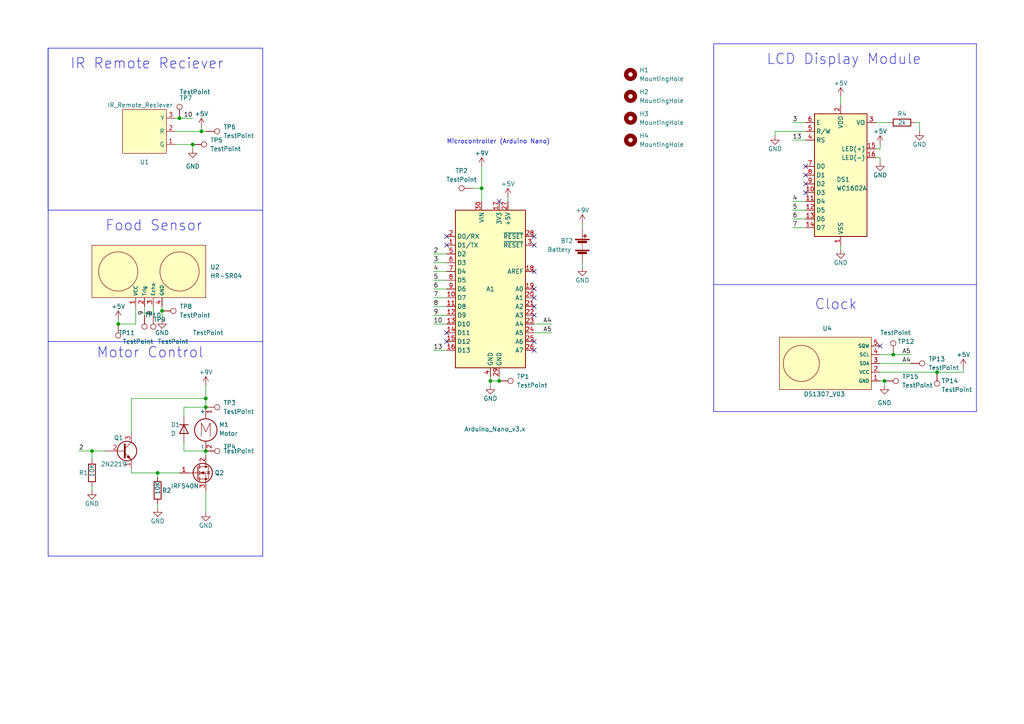
<source format=kicad_sch>
(kicad_sch (version 20230121) (generator eeschema)
  (paper "A4")
  (title_block (title "Automatic Dog Feeder Schematic") (date "2023-05-26") (rev "V1") (company "By: Matthew Zhu"))
  (lib_symbols
    (symbol "Connector:TestPoint" (pin_numbers hide) (pin_names (offset 0.762) hide)
      (property "Reference" "TP" (at 0 6.858 0))
      (property "Value" "TestPoint" (at 0 5.08 0))
      (symbol "TestPoint_0_1"
        (circle (center 0 3.302) (radius 0.762))
      )
      (symbol "TestPoint_1_1"
        (pin passive line (at 0 0 90) (length 2.54) (name "1") (number "1"))
      )
    )
    (symbol "Device:Battery" (pin_numbers hide) (pin_names (offset 0) hide)
      (property "Reference" "BT" (at 2.54 2.54 0))
      (property "Value" "Battery" (at 2.54 0 0))
      (symbol "Battery_0_1"
        (rectangle (start -2.032 -1.397) (end 2.032 -1.651) (fill (type outline)))
        (rectangle (start -2.032 1.778) (end 2.032 1.524) (fill (type outline)))
        (rectangle (start -1.3208 -1.9812) (end 1.27 -2.4892) (fill (type outline)))
        (rectangle (start -1.3208 1.1938) (end 1.27 0.6858) (fill (type outline)))
        (polyline (pts (xy 0 -1.524) (xy 0 -1.27)))
        (polyline (pts (xy 0 -1.016) (xy 0 -0.762)))
        (polyline (pts (xy 0 -0.508) (xy 0 -0.254)))
        (polyline (pts (xy 0 0) (xy 0 0.254)))
        (polyline (pts (xy 0 0.508) (xy 0 0.762)))
        (polyline (pts (xy 0 1.778) (xy 0 2.54)))
        (polyline (pts (xy 0.254 2.667) (xy 1.27 2.667)) (stroke (width 0.254)))
        (polyline (pts (xy 0.762 3.175) (xy 0.762 2.159)) (stroke (width 0.254)))
      )
      (symbol "Battery_1_1"
        (pin passive line (at 0 5.08 270) (length 2.54) (name "+") (number "1"))
        (pin passive line (at 0 -5.08 90) (length 2.54) (name "-") (number "2"))
      )
    )
    (symbol "Device:D" (pin_numbers hide) (pin_names (offset 1.016) hide)
      (property "Reference" "D" (at 0 2.54 0))
      (property "Value" "D" (at 0 -2.54 0))
      (symbol "D_0_1"
        (polyline (pts (xy -1.27 1.27) (xy -1.27 -1.27)) (stroke (width 0.254)))
        (polyline (pts (xy 1.27 0) (xy -1.27 0)))
        (polyline (pts (xy 1.27 1.27) (xy 1.27 -1.27) (xy -1.27 0) (xy 1.27 1.27)) (stroke (width 0.254)))
      )
      (symbol "D_1_1"
        (pin passive line (at -3.81 0 0) (length 2.54) (name "K") (number "1"))
        (pin passive line (at 3.81 0 180) (length 2.54) (name "A") (number "2"))
      )
    )
    (symbol "Device:IR_Remote_Reciever"
      (property "Reference" "U1" (at 0 6.35 0))
      (property "Value" "IR_Remote_Reciever" (at 1.27 -10.16 0))
      (symbol "IR_Remote_Reciever_0_1"
        (rectangle (start -6.35 3.81) (end 6.35 -8.89) (fill (type background)))
      )
      (symbol "IR_Remote_Reciever_1_1"
        (pin input line (at -8.89 1.27 0) (length 2.54) (name "G") (number "1"))
        (pin input line (at -8.89 -2.54 0) (length 2.54) (name "R") (number "2"))
        (pin input line (at -8.89 -6.35 0) (length 2.54) (name "Y") (number "3"))
      )
    )
    (symbol "Device:R" (pin_numbers hide) (pin_names (offset 0))
      (property "Reference" "R" (at 2.032 0 90))
      (property "Value" "R" (at 0 0 90))
      (symbol "R_0_1"
        (rectangle (start -1.016 -2.54) (end 1.016 2.54) (stroke (width 0.254)))
      )
      (symbol "R_1_1"
        (pin passive line (at 0 3.81 270) (length 1.27) (name "~") (number "1"))
        (pin passive line (at 0 -3.81 90) (length 1.27) (name "~") (number "2"))
      )
    )
    (symbol "Display_Character:WC1602A"
      (property "Reference" "DS" (at -5.842 19.05 0))
      (property "Value" "WC1602A" (at 5.334 19.05 0))
      (symbol "WC1602A_1_1"
        (rectangle (start -7.62 17.78) (end 7.62 -17.78) (stroke (width 0.254)) (fill (type background)))
        (pin power_in line (at 0 -20.32 90) (length 2.54) (name "VSS") (number "1"))
        (pin input line (at -10.16 -5.08 0) (length 2.54) (name "D3") (number "10"))
        (pin input line (at -10.16 -7.62 0) (length 2.54) (name "D4") (number "11"))
        (pin input line (at -10.16 -10.16 0) (length 2.54) (name "D5") (number "12"))
        (pin input line (at -10.16 -12.7 0) (length 2.54) (name "D6") (number "13"))
        (pin input line (at -10.16 -15.24 0) (length 2.54) (name "D7") (number "14"))
        (pin power_in line (at 10.16 7.62 180) (length 2.54) (name "LED(+)") (number "15"))
        (pin power_in line (at 10.16 5.08 180) (length 2.54) (name "LED(-)") (number "16"))
        (pin power_in line (at 0 20.32 270) (length 2.54) (name "VDD") (number "2"))
        (pin input line (at 10.16 15.24 180) (length 2.54) (name "VO") (number "3"))
        (pin input line (at -10.16 10.16 0) (length 2.54) (name "RS") (number "4"))
        (pin input line (at -10.16 12.7 0) (length 2.54) (name "R/W") (number "5"))
        (pin input line (at -10.16 15.24 0) (length 2.54) (name "E") (number "6"))
        (pin input line (at -10.16 2.54 0) (length 2.54) (name "D0") (number "7"))
        (pin input line (at -10.16 0 0) (length 2.54) (name "D1") (number "8"))
        (pin input line (at -10.16 -2.54 0) (length 2.54) (name "D2") (number "9"))
      )
    )
    (symbol "MCU_Module:Arduino_Nano_v3.x"
      (property "Reference" "A" (at -10.16 23.495 0))
      (property "Value" "Arduino_Nano_v3.x" (at 5.08 -24.13 0))
      (symbol "Arduino_Nano_v3.x_0_1"
        (rectangle (start -10.16 22.86) (end 10.16 -22.86) (stroke (width 0.254)) (fill (type background)))
      )
      (symbol "Arduino_Nano_v3.x_1_1"
        (pin bidirectional line (at -12.7 12.7 0) (length 2.54) (name "D1/TX") (number "1"))
        (pin bidirectional line (at -12.7 -2.54 0) (length 2.54) (name "D7") (number "10"))
        (pin bidirectional line (at -12.7 -5.08 0) (length 2.54) (name "D8") (number "11"))
        (pin bidirectional line (at -12.7 -7.62 0) (length 2.54) (name "D9") (number "12"))
        (pin bidirectional line (at -12.7 -10.16 0) (length 2.54) (name "D10") (number "13"))
        (pin bidirectional line (at -12.7 -12.7 0) (length 2.54) (name "D11") (number "14"))
        (pin bidirectional line (at -12.7 -15.24 0) (length 2.54) (name "D12") (number "15"))
        (pin bidirectional line (at -12.7 -17.78 0) (length 2.54) (name "D13") (number "16"))
        (pin power_out line (at 2.54 25.4 270) (length 2.54) (name "3V3") (number "17"))
        (pin input line (at 12.7 5.08 180) (length 2.54) (name "AREF") (number "18"))
        (pin bidirectional line (at 12.7 0 180) (length 2.54) (name "A0") (number "19"))
        (pin bidirectional line (at -12.7 15.24 0) (length 2.54) (name "D0/RX") (number "2"))
        (pin bidirectional line (at 12.7 -2.54 180) (length 2.54) (name "A1") (number "20"))
        (pin bidirectional line (at 12.7 -5.08 180) (length 2.54) (name "A2") (number "21"))
        (pin bidirectional line (at 12.7 -7.62 180) (length 2.54) (name "A3") (number "22"))
        (pin bidirectional line (at 12.7 -10.16 180) (length 2.54) (name "A4") (number "23"))
        (pin bidirectional line (at 12.7 -12.7 180) (length 2.54) (name "A5") (number "24"))
        (pin bidirectional line (at 12.7 -15.24 180) (length 2.54) (name "A6") (number "25"))
        (pin bidirectional line (at 12.7 -17.78 180) (length 2.54) (name "A7") (number "26"))
        (pin power_out line (at 5.08 25.4 270) (length 2.54) (name "+5V") (number "27"))
        (pin input line (at 12.7 15.24 180) (length 2.54) (name "~{RESET}") (number "28"))
        (pin power_in line (at 2.54 -25.4 90) (length 2.54) (name "GND") (number "29"))
        (pin input line (at 12.7 12.7 180) (length 2.54) (name "~{RESET}") (number "3"))
        (pin power_in line (at -2.54 25.4 270) (length 2.54) (name "VIN") (number "30"))
        (pin power_in line (at 0 -25.4 90) (length 2.54) (name "GND") (number "4"))
        (pin bidirectional line (at -12.7 10.16 0) (length 2.54) (name "D2") (number "5"))
        (pin bidirectional line (at -12.7 7.62 0) (length 2.54) (name "D3") (number "6"))
        (pin bidirectional line (at -12.7 5.08 0) (length 2.54) (name "D4") (number "7"))
        (pin bidirectional line (at -12.7 2.54 0) (length 2.54) (name "D5") (number "8"))
        (pin bidirectional line (at -12.7 0 0) (length 2.54) (name "D6") (number "9"))
      )
    )
    (symbol "Mechanical:MountingHole" (pin_names (offset 1.016))
      (property "Reference" "H" (at 0 5.08 0))
      (property "Value" "MountingHole" (at 0 3.175 0))
      (symbol "MountingHole_0_1"
        (circle (center 0 0) (radius 1.27) (stroke (width 1.27)))
      )
    )
    (symbol "Motor:Motor_DC" (pin_names (offset 0))
      (property "Reference" "M" (at 2.54 2.54 0))
      (property "Value" "Motor_DC" (at 2.54 -5.08 0))
      (symbol "Motor_DC_0_0"
        (polyline (pts (xy -1.27 -3.302) (xy -1.27 0.508) (xy 0 -2.032) (xy 1.27 0.508) (xy 1.27 -3.302)))
      )
      (symbol "Motor_DC_0_1"
        (circle (center 0 -1.524) (radius 3.2512) (stroke (width 0.254)))
        (polyline (pts (xy 0 -7.62) (xy 0 -7.112)))
        (polyline (pts (xy 0 -4.7752) (xy 0 -5.1816)))
        (polyline (pts (xy 0 1.7272) (xy 0 2.0828)))
        (polyline (pts (xy 0 2.032) (xy 0 2.54)))
      )
      (symbol "Motor_DC_1_1"
        (pin passive line (at 0 5.08 270) (length 2.54) (name "+") (number "1"))
        (pin passive line (at 0 -7.62 90) (length 2.54) (name "-") (number "2"))
      )
    )
    (symbol "Sensor_Audio:HR-SR04"
      (property "Reference" "U?" (at 17.78 1.2701 0))
      (property "Value" "HR-SR04" (at 17.78 -1.2699 0))
      (symbol "HR-SR04_0_1"
        (rectangle (start -16.51 -7.62) (end 16.51 7.62) (fill (type background)))
        (circle (center -8.89 0) (radius 5.6796))
        (circle (center 8.89 0) (radius 5.6796))
      )
      (symbol "HR-SR04_1_1"
        (pin input line (at -3.81 -10.16 90) (length 2.54) (name "VCC") (number "1"))
        (pin input line (at -1.27 -10.16 90) (length 2.54) (name "Trig") (number "2"))
        (pin input line (at 1.27 -10.16 90) (length 2.54) (name "Echo") (number "3"))
        (pin input line (at 3.81 -10.16 90) (length 2.54) (name "GND") (number "4"))
      )
    )
    (symbol "Timer_RTC:DS1307_V03"
      (property "Reference" "U?" (at -2.54 -10.16 0))
      (property "Value" "DS1307_V03" (at -6.35 8.89 0))
      (symbol "DS1307_V03_0_1"
        (rectangle (start -13.97 7.62) (end 12.7 -7.62) (fill (type background)))
        (circle (center 6.35 0) (radius 5.2363))
      )
      (symbol "DS1307_V03_1_1"
        (pin input line (at -16.51 5.08 0) (length 2.54) (name "GND") (number "1"))
        (pin input line (at -16.51 2.54 0) (length 2.54) (name "VCC") (number "2"))
        (pin input line (at -16.51 0 0) (length 2.54) (name "SDA") (number "3"))
        (pin input line (at -16.51 -2.54 0) (length 2.54) (name "SCL") (number "4"))
        (pin input line (at -16.51 -5.08 0) (length 2.54) (name "SQW") (number "5"))
      )
    )
    (symbol "Transistor_BJT:2N2219" (pin_names (offset 0) hide)
      (property "Reference" "Q" (at 5.08 1.905 0))
      (property "Value" "2N2219" (at 5.08 0 0))
      (symbol "2N2219_0_1"
        (polyline (pts (xy 0.635 0.635) (xy 2.54 2.54)))
        (polyline (pts (xy 0.635 -0.635) (xy 2.54 -2.54) (xy 2.54 -2.54)))
        (polyline (pts (xy 0.635 1.905) (xy 0.635 -1.905) (xy 0.635 -1.905)) (stroke (width 0.508)))
        (polyline (pts (xy 1.27 -1.778) (xy 1.778 -1.27) (xy 2.286 -2.286) (xy 1.27 -1.778) (xy 1.27 -1.778)) (fill (type outline)))
        (circle (center 1.27 0) (radius 2.8194) (stroke (width 0.254)))
      )
      (symbol "2N2219_1_1"
        (pin passive line (at 2.54 -5.08 90) (length 2.54) (name "E") (number "1"))
        (pin passive line (at -5.08 0 0) (length 5.715) (name "B") (number "2"))
        (pin passive line (at 2.54 5.08 270) (length 2.54) (name "C") (number "3"))
      )
    )
    (symbol "Transistor_FET:IRF540N" (pin_names hide)
      (property "Reference" "Q" (at 6.35 1.905 0))
      (property "Value" "IRF540N" (at 6.35 0 0))
      (symbol "IRF540N_0_1"
        (polyline (pts (xy 0.254 0) (xy -2.54 0)))
        (polyline (pts (xy 0.254 1.905) (xy 0.254 -1.905)) (stroke (width 0.254)))
        (polyline (pts (xy 0.762 -1.27) (xy 0.762 -2.286)) (stroke (width 0.254)))
        (polyline (pts (xy 0.762 0.508) (xy 0.762 -0.508)) (stroke (width 0.254)))
        (polyline (pts (xy 0.762 2.286) (xy 0.762 1.27)) (stroke (width 0.254)))
        (polyline (pts (xy 2.54 2.54) (xy 2.54 1.778)))
        (polyline (pts (xy 2.54 -2.54) (xy 2.54 0) (xy 0.762 0)))
        (polyline (pts (xy 0.762 -1.778) (xy 3.302 -1.778) (xy 3.302 1.778) (xy 0.762 1.778)))
        (polyline (pts (xy 1.016 0) (xy 2.032 0.381) (xy 2.032 -0.381) (xy 1.016 0)) (fill (type outline)))
        (polyline (pts (xy 2.794 0.508) (xy 2.921 0.381) (xy 3.683 0.381) (xy 3.81 0.254)))
        (polyline (pts (xy 3.302 0.381) (xy 2.921 -0.254) (xy 3.683 -0.254) (xy 3.302 0.381)))
        (circle (center 1.651 0) (radius 2.794) (stroke (width 0.254)))
        (circle (center 2.54 -1.778) (radius 0.254) (fill (type outline)))
        (circle (center 2.54 1.778) (radius 0.254) (fill (type outline)))
      )
      (symbol "IRF540N_1_1"
        (pin input line (at -5.08 0 0) (length 2.54) (name "G") (number "1"))
        (pin passive line (at 2.54 5.08 270) (length 2.54) (name "D") (number "2"))
        (pin passive line (at 2.54 -5.08 90) (length 2.54) (name "S") (number "3"))
      )
    )
    (symbol "power:+5V" (power) (pin_names (offset 0))
      (property "Value" "+5V" (at 0 3.556 0))
      (symbol "+5V_0_1"
        (polyline (pts (xy -0.762 1.27) (xy 0 2.54)))
        (polyline (pts (xy 0 0) (xy 0 2.54)))
        (polyline (pts (xy 0 2.54) (xy 0.762 1.27)))
      )
      (symbol "+5V_1_1"
        (pin power_in line (at 0 0 90) (length 0) hide (name "+5V") (number "1"))
      )
    )
    (symbol "power:+9V" (power) (pin_names (offset 0))
      (property "Value" "+9V" (at 0 3.556 0))
      (symbol "+9V_0_1"
        (polyline (pts (xy -0.762 1.27) (xy 0 2.54)))
        (polyline (pts (xy 0 0) (xy 0 2.54)))
        (polyline (pts (xy 0 2.54) (xy 0.762 1.27)))
      )
      (symbol "+9V_1_1"
        (pin power_in line (at 0 0 90) (length 0) hide (name "+9V") (number "1"))
      )
    )
    (symbol "power:GND" (power) (pin_names (offset 0))
      (property "Value" "GND" (at 0 -3.81 0))
      (symbol "GND_0_1"
        (polyline (pts (xy 0 0) (xy 0 -1.27) (xy 1.27 -1.27) (xy 0 -2.54) (xy -1.27 -1.27) (xy 0 -1.27)))
      )
      (symbol "GND_1_1"
        (pin power_in line (at 0 0 270) (length 0) hide (name "GND") (number "1"))
      )
    )
  )
  (junction (at 34.29 93.98))
  (junction (at 259.08 102.87))
  (junction (at 256.54 110.49))
  (junction (at 59.69 130.81))
  (junction (at 142.24 110.49))
  (junction (at 59.69 115.57))
  (junction (at 139.7 54.61))
  (junction (at 52.07 34.29))
  (junction (at 26.67 130.81))
  (junction (at 59.69 118.11))
  (junction (at 58.42 38.1))
  (junction (at 144.78 110.49))
  (junction (at 46.99 90.17))
  (junction (at 271.78 107.95))
  (junction (at 55.88 41.91))
  (junction (at 45.72 137.16))
  (no_connect (at 154.94 99.06))
  (no_connect (at 154.94 78.74))
  (no_connect (at 129.54 99.06))
  (no_connect (at 255.27 100.33))
  (no_connect (at 144.78 58.42))
  (no_connect (at 154.94 101.6))
  (no_connect (at 233.68 55.88))
  (no_connect (at 154.94 71.12))
  (no_connect (at 129.54 68.58))
  (no_connect (at 129.54 96.52))
  (no_connect (at 233.68 50.8))
  (no_connect (at 154.94 88.9))
  (no_connect (at 233.68 53.34))
  (no_connect (at 154.94 83.82))
  (no_connect (at 154.94 91.44))
  (no_connect (at 154.94 68.58))
  (no_connect (at 129.54 71.12))
  (no_connect (at 154.94 86.36))
  (no_connect (at 233.68 48.26))
  (wire (pts (xy 59.69 130.81) (xy 59.69 132.08)))
  (wire (pts (xy 125.73 101.6) (xy 129.54 101.6)))
  (wire (pts (xy 271.78 107.95) (xy 279.4 107.95)))
  (wire (pts (xy 229.87 35.56) (xy 233.68 35.56)))
  (wire (pts (xy 58.42 38.1) (xy 50.8 38.1)))
  (wire (pts (xy 229.87 40.64) (xy 233.68 40.64)))
  (wire (pts (xy 39.37 93.98) (xy 34.29 93.98)))
  (polyline (pts (xy 283.21 119.38) (xy 207.01 119.38)))
  (wire (pts (xy 39.37 88.9) (xy 39.37 93.98)))
  (wire (pts (xy 255.27 102.87) (xy 259.08 102.87)))
  (wire (pts (xy 255.27 105.41) (xy 264.16 105.41)))
  (polyline (pts (xy 13.97 13.97) (xy 13.97 60.96)))
  (wire (pts (xy 46.99 90.17) (xy 46.99 92.71)))
  (wire (pts (xy 224.79 39.37) (xy 224.79 38.1)))
  (wire (pts (xy 38.1 125.73) (xy 38.1 115.57)))
  (wire (pts (xy 229.87 63.5) (xy 233.68 63.5)))
  (wire (pts (xy 59.69 38.1) (xy 58.42 38.1)))
  (wire (pts (xy 139.7 54.61) (xy 139.7 58.42)))
  (wire (pts (xy 144.78 109.22) (xy 144.78 110.49)))
  (wire (pts (xy 46.99 88.9) (xy 46.99 90.17)))
  (wire (pts (xy 38.1 115.57) (xy 59.69 115.57)))
  (wire (pts (xy 53.34 118.11) (xy 59.69 118.11)))
  (wire (pts (xy 255.27 110.49) (xy 256.54 110.49)))
  (polyline (pts (xy 13.97 60.96) (xy 76.2 60.96)))
  (wire (pts (xy 147.32 57.15) (xy 147.32 58.42)))
  (polyline (pts (xy 76.2 161.29) (xy 76.2 99.06)))
  (wire (pts (xy 137.16 54.61) (xy 139.7 54.61)))
  (wire (pts (xy 254 45.72) (xy 255.27 45.72)))
  (wire (pts (xy 125.73 78.74) (xy 129.54 78.74)))
  (wire (pts (xy 224.79 38.1) (xy 233.68 38.1)))
  (wire (pts (xy 59.69 111.76) (xy 59.69 115.57)))
  (wire (pts (xy 38.1 137.16) (xy 45.72 137.16)))
  (polyline (pts (xy 76.2 99.06) (xy 76.2 13.97)))
  (wire (pts (xy 53.34 128.27) (xy 53.34 130.81)))
  (wire (pts (xy 229.87 60.96) (xy 233.68 60.96)))
  (wire (pts (xy 44.45 88.9) (xy 44.45 91.44)))
  (wire (pts (xy 59.69 115.57) (xy 59.69 118.11)))
  (wire (pts (xy 154.94 93.98) (xy 160.02 93.98)))
  (wire (pts (xy 254 35.56) (xy 257.81 35.56)))
  (wire (pts (xy 26.67 140.97) (xy 26.67 142.24)))
  (wire (pts (xy 125.73 83.82) (xy 129.54 83.82)))
  (wire (pts (xy 229.87 66.04) (xy 233.68 66.04)))
  (wire (pts (xy 255.27 43.18) (xy 254 43.18)))
  (wire (pts (xy 50.8 41.91) (xy 55.88 41.91)))
  (wire (pts (xy 279.4 107.95) (xy 279.4 106.68)))
  (wire (pts (xy 125.73 91.44) (xy 129.54 91.44)))
  (wire (pts (xy 168.91 64.77) (xy 168.91 66.04)))
  (wire (pts (xy 50.8 34.29) (xy 52.07 34.29)))
  (wire (pts (xy 125.73 81.28) (xy 129.54 81.28)))
  (wire (pts (xy 53.34 130.81) (xy 59.69 130.81)))
  (wire (pts (xy 142.24 110.49) (xy 142.24 111.76)))
  (wire (pts (xy 243.84 71.12) (xy 243.84 72.39)))
  (wire (pts (xy 58.42 36.83) (xy 58.42 38.1)))
  (wire (pts (xy 168.91 76.2) (xy 168.91 77.47)))
  (wire (pts (xy 255.27 41.91) (xy 255.27 43.18)))
  (polyline (pts (xy 207.01 82.55) (xy 283.21 82.55)))
  (polyline (pts (xy 207.01 82.55) (xy 207.01 119.38)))
  (wire (pts (xy 53.34 118.11) (xy 53.34 120.65)))
  (polyline (pts (xy 13.97 99.06) (xy 13.97 161.29)))
  (polyline (pts (xy 283.21 12.7) (xy 283.21 119.38)))
  (wire (pts (xy 125.73 88.9) (xy 129.54 88.9)))
  (wire (pts (xy 265.43 35.56) (xy 266.7 35.56)))
  (wire (pts (xy 154.94 96.52) (xy 160.02 96.52)))
  (wire (pts (xy 45.72 146.05) (xy 45.72 147.32)))
  (wire (pts (xy 255.27 107.95) (xy 271.78 107.95)))
  (polyline (pts (xy 13.97 99.06) (xy 76.2 99.06)))
  (wire (pts (xy 229.87 58.42) (xy 233.68 58.42)))
  (polyline (pts (xy 283.21 12.7) (xy 207.01 12.7)))
  (wire (pts (xy 259.08 102.87) (xy 264.16 102.87)))
  (polyline (pts (xy 76.2 13.97) (xy 13.97 13.97)))
  (wire (pts (xy 243.84 27.94) (xy 243.84 30.48)))
  (wire (pts (xy 144.78 110.49) (xy 142.24 110.49)))
  (wire (pts (xy 45.72 137.16) (xy 45.72 138.43)))
  (wire (pts (xy 255.27 45.72) (xy 255.27 46.99)))
  (wire (pts (xy 52.07 34.29) (xy 55.88 34.29)))
  (wire (pts (xy 125.73 86.36) (xy 129.54 86.36)))
  (wire (pts (xy 142.24 109.22) (xy 142.24 110.49)))
  (polyline (pts (xy 13.97 161.29) (xy 76.2 161.29)))
  (wire (pts (xy 26.67 130.81) (xy 26.67 133.35)))
  (wire (pts (xy 256.54 110.49) (xy 256.54 111.76)))
  (wire (pts (xy 38.1 135.89) (xy 38.1 137.16)))
  (wire (pts (xy 59.69 142.24) (xy 59.69 148.59)))
  (polyline (pts (xy 207.01 12.7) (xy 207.01 82.55)))
  (wire (pts (xy 41.91 88.9) (xy 41.91 91.44)))
  (wire (pts (xy 125.73 76.2) (xy 129.54 76.2)))
  (wire (pts (xy 125.73 93.98) (xy 129.54 93.98)))
  (wire (pts (xy 139.7 48.26) (xy 139.7 54.61)))
  (wire (pts (xy 266.7 35.56) (xy 266.7 38.1)))
  (wire (pts (xy 22.86 130.81) (xy 26.67 130.81)))
  (polyline (pts (xy 13.97 13.97) (xy 13.97 99.06)))
  (wire (pts (xy 55.88 41.91) (xy 55.88 43.18)))
  (wire (pts (xy 34.29 92.71) (xy 34.29 93.98)))
  (wire (pts (xy 26.67 130.81) (xy 30.48 130.81)))
  (wire (pts (xy 125.73 73.66) (xy 129.54 73.66)))
  (wire (pts (xy 45.72 137.16) (xy 52.07 137.16)))
  (text "IR Remote Reciever" (at 20.32 20.32 0) (effects (font (size 3 3)) (justify left bottom)))
  (text "Clock" (at 236.22 90.17 0) (effects (font (size 3 3)) (justify left bottom)))
  (text "LCD Display Module" (at 222.25 19.05 0) (effects (font (size 3 3)) (justify left bottom)))
  (text "Food Sensor" (at 30.48 67.31 0) (effects (font (size 3 3)) (justify left bottom)))
  (text "Motor Control" (at 27.94 104.14 0) (effects (font (size 3 3)) (justify left bottom)))
  (text "Microcontroller (Arduino Nano)" (at 129.54 41.91 0) (effects (font (size 1.27 1.27)) (justify left bottom)))
  (label "A5" (at 264.16 102.87 180))
  (label "2" (at 125.73 73.66 0))
  (label "4" (at 125.73 78.74 0))
  (label "9" (at 125.73 91.44 0))
  (label "10" (at 125.73 93.98 0))
  (label "6" (at 125.73 83.82 0))
  (label "2" (at 22.86 130.81 0))
  (label "8" (at 125.73 88.9 0))
  (label "13" (at 229.87 40.64 0))
  (label "13" (at 125.73 101.6 0))
  (label "8" (at 44.45 91.44 90))
  (label "4" (at 229.87 58.42 0))
  (label "3" (at 125.73 76.2 0))
  (label "6" (at 229.87 63.5 0))
  (label "7" (at 229.87 66.04 0))
  (label "3" (at 229.87 35.56 0))
  (label "A4" (at 160.02 93.98 180))
  (label "7" (at 125.73 86.36 0))
  (label "A4" (at 264.16 105.41 180))
  (label "5" (at 229.87 60.96 0))
  (label "9" (at 41.91 91.44 90))
  (label "10" (at 55.88 34.29 180))
  (label "5" (at 125.73 81.28 0))
  (label "A5" (at 160.02 96.52 180))
  (symbol (lib_id "Mechanical:MountingHole") (at 182.88 21.59 0) (unit 1)
    (property "Reference" "H1" (at 185.42 20.32 0) (effects (justify left)))
    (property "Value" "MountingHole" (at 185.42 22.86 0) (effects (justify left)))
    (property "Footprint" "MountingHole:MountingHole_3.2mm_M3" (effects hide))
  )
  (symbol (lib_id "Device:IR_Remote_Reciever") (at 41.91 40.64 180) (unit 1)
    (property "Reference" "U1" (at 41.91 46.99 0))
    (property "Value" "IR_Remote_Reciever" (at 40.64 30.48 0))
  )
  (symbol (lib_id "Device:R") (at 26.67 137.16 0) (unit 1)
    (property "Reference" "R1" (at 22.86 137.16 0) (effects (justify left)))
    (property "Value" "10K" (at 26.67 138.43 90) (effects (justify left)))
    (property "Footprint" "Resistor_THT:R_Axial_DIN0309_L9.0mm_D3.2mm_P12.70mm_Horizontal" (effects hide))
  )
  (symbol (lib_id "Device:R") (at 261.62 35.56 90) (unit 1)
    (property "Reference" "R4" (at 261.62 33.02 90))
    (property "Value" "2k" (at 261.62 35.56 90))
    (property "Footprint" "Resistor_THT:R_Axial_DIN0309_L9.0mm_D3.2mm_P12.70mm_Horizontal" (effects hide))
  )
  (symbol (lib_id "power:+5V") (at 255.27 41.91 0) (unit 1)
    (property "Reference" "#PWR021" (effects hide))
    (property "Value" "+5V" (at 255.27 38.1 0))
  )
  (symbol (lib_id "power:+9V") (at 59.69 111.76 0) (unit 1)
    (property "Reference" "#PWR09" (effects hide))
    (property "Value" "+9V" (at 59.69 107.95 0))
  )
  (symbol (lib_id "Device:Battery") (at 168.91 71.12 0) (unit 1)
    (property "Reference" "BT2" (at 162.56 69.85 0) (effects (justify left)))
    (property "Value" "Battery" (at 158.75 72.39 0) (effects (justify left)))
  )
  (symbol (lib_id "power:GND") (at 26.67 142.24 0) (unit 1)
    (property "Reference" "#PWR03" (effects hide))
    (property "Value" "GND" (at 26.67 146.05 0))
  )
  (symbol (lib_id "power:+5V") (at 58.42 36.83 0) (unit 1)
    (property "Reference" "#PWR08" (effects hide))
    (property "Value" "+5V" (at 58.42 33.02 0))
  )
  (symbol (lib_id "power:GND") (at 243.84 72.39 0) (unit 1)
    (property "Reference" "#PWR019" (effects hide))
    (property "Value" "GND" (at 243.84 76.2 0))
  )
  (symbol (lib_id "Mechanical:MountingHole") (at 182.88 27.94 0) (unit 1)
    (property "Reference" "H2" (at 185.42 26.67 0) (effects (justify left)))
    (property "Value" "MountingHole" (at 185.42 29.21 0) (effects (justify left)))
    (property "Footprint" "MountingHole:MountingHole_3.2mm_M3" (effects hide))
  )
  (symbol (lib_id "power:GND") (at 256.54 111.76 0) (unit 1)
    (property "Reference" "#PWR020" (effects hide))
    (property "Value" "GND" (at 256.54 116.84 0))
  )
  (symbol (lib_id "power:GND") (at 46.99 92.71 0) (unit 1)
    (property "Reference" "#PWR05" (effects hide))
    (property "Value" "GND" (at 46.99 96.52 0))
  )
  (symbol (lib_id "power:+9V") (at 168.91 64.77 0) (unit 1)
    (property "Reference" "#PWR015" (effects hide))
    (property "Value" "+9V" (at 168.91 60.96 0))
  )
  (symbol (lib_id "Connector:TestPoint") (at 137.16 54.61 90) (unit 1)
    (property "Reference" "TP2" (at 133.858 49.53 90))
    (property "Value" "TestPoint" (at 133.858 52.07 90))
    (property "Footprint" "TestPoint:TestPoint_Pad_3.0x3.0mm" (effects hide))
  )
  (symbol (lib_id "Motor:Motor_DC") (at 59.69 123.19 0) (unit 1)
    (property "Reference" "M1" (at 63.5 123.19 0) (effects (justify left)))
    (property "Value" "Motor" (at 63.5 125.73 0) (effects (justify left)))
  )
  (symbol (lib_id "power:+5V") (at 279.4 106.68 0) (unit 1)
    (property "Reference" "#PWR024" (effects hide))
    (property "Value" "+5V" (at 279.4 102.87 0))
  )
  (symbol (lib_id "Display_Character:WC1602A") (at 243.84 50.8 0) (unit 1)
    (property "Reference" "DS1" (at 242.57 52.07 0) (effects (justify left)))
    (property "Value" "WC1602A" (at 242.57 54.61 0) (effects (justify left)))
    (property "Footprint" "Display:WC1602A" (effects hide))
    (property "Datasheet" "http://www.wincomlcd.com/pdf/WC1602A-SFYLYHTC06.pdf" (effects hide))
  )
  (symbol (lib_id "Timer_RTC:DS1307_V03") (at 238.76 105.41 180) (unit 1)
    (property "Reference" "U4" (at 241.3 95.25 0) (effects (justify left)))
    (property "Value" "DS1307_V03" (at 245.11 114.3 0) (effects (justify left)))
  )
  (symbol (lib_id "power:+5V") (at 147.32 57.15 0) (unit 1)
    (property "Reference" "#PWR014" (effects hide))
    (property "Value" "+5V" (at 147.32 53.34 0))
  )
  (symbol (lib_id "Connector:TestPoint") (at 259.08 102.87 0) (unit 1)
    (property "Reference" "TP12" (at 260.35 99.06 0) (effects (justify left)))
    (property "Value" "TestPoint" (at 255.27 96.52 0) (effects (justify left)))
    (property "Footprint" "TestPoint:TestPoint_Pad_4.0x4.0mm" (effects hide))
  )
  (symbol (lib_id "Connector:TestPoint") (at 55.88 41.91 270) (unit 1)
    (property "Reference" "TP5" (at 60.96 40.64 90) (effects (justify left)))
    (property "Value" "TestPoint" (at 60.96 43.18 90) (effects (justify left)))
    (property "Footprint" "TestPoint:TestPoint_Pad_4.0x4.0mm" (effects hide))
  )
  (symbol (lib_id "Connector:TestPoint") (at 256.54 110.49 270) (unit 1)
    (property "Reference" "TP15" (at 261.62 109.22 90) (effects (justify left)))
    (property "Value" "TestPoint" (at 261.62 111.76 90) (effects (justify left)))
    (property "Footprint" "TestPoint:TestPoint_Pad_4.0x4.0mm" (effects hide))
  )
  (symbol (lib_id "Connector:TestPoint") (at 59.69 118.11 270) (unit 1)
    (property "Reference" "TP3" (at 64.77 116.84 90) (effects (justify left)))
    (property "Value" "TestPoint" (at 64.77 119.38 90) (effects (justify left)))
    (property "Footprint" "TestPoint:TestPoint_Pad_4.0x4.0mm" (effects hide))
  )
  (symbol (lib_id "Connector:TestPoint") (at 271.78 107.95 180) (unit 1)
    (property "Reference" "TP14" (at 273.05 110.49 0) (effects (justify right)))
    (property "Value" "TestPoint" (at 273.05 113.03 0) (effects (justify right)))
    (property "Footprint" "TestPoint:TestPoint_Pad_4.0x4.0mm" (effects hide))
  )
  (symbol (lib_id "MCU_Module:Arduino_Nano_v3.x") (at 142.24 83.82 0) (unit 1)
    (property "Reference" "A1" (at 140.97 83.82 0) (effects (justify left)))
    (property "Value" "Arduino_Nano_v3.x" (at 134.62 124.46 0) (effects (justify left)))
    (property "Footprint" "Module:Arduino_Nano" (effects hide))
    (property "Datasheet" "http://www.mouser.com/pdfdocs/Gravitech_Arduino_Nano3_0.pdf" (effects hide))
  )
  (symbol (lib_id "Connector:TestPoint") (at 34.29 93.98 180) (unit 1)
    (property "Reference" "TP11" (at 34.29 96.52 0) (effects (justify right)))
    (property "Value" "TestPoint" (at 35.56 99.06 0) (effects (justify right)))
    (property "Footprint" "TestPoint:TestPoint_Pad_4.0x4.0mm" (effects hide))
  )
  (symbol (lib_id "Connector:TestPoint") (at 144.78 110.49 270) (unit 1)
    (property "Reference" "TP1" (at 149.86 109.22 90) (effects (justify left)))
    (property "Value" "TestPoint" (at 149.86 111.76 90) (effects (justify left)))
    (property "Footprint" "TestPoint:TestPoint_Pad_3.0x3.0mm" (effects hide))
  )
  (symbol (lib_id "power:+5V") (at 34.29 92.71 0) (unit 1)
    (property "Reference" "#PWR04" (effects hide))
    (property "Value" "+5V" (at 34.29 88.9 0))
  )
  (symbol (lib_id "Transistor_BJT:2N2219") (at 35.56 130.81 0) (unit 1)
    (property "Reference" "Q1" (at 33.02 127 0) (effects (justify left)))
    (property "Value" "2N2219" (at 29.21 134.62 0) (effects (justify left)))
    (property "Footprint" "Package_TO_SOT_THT:TO-92" (effects hide))
    (property "Datasheet" "http://www.onsemi.com/pub_link/Collateral/2N2219-D.PDF" (effects hide))
  )
  (symbol (lib_id "power:GND") (at 59.69 148.59 0) (unit 1)
    (property "Reference" "#PWR011" (effects hide))
    (property "Value" "GND" (at 59.69 152.4 0))
  )
  (symbol (lib_id "power:GND") (at 142.24 111.76 0) (unit 1)
    (property "Reference" "#PWR013" (effects hide))
    (property "Value" "GND" (at 142.24 115.57 0))
  )
  (symbol (lib_id "Mechanical:MountingHole") (at 182.88 34.29 0) (unit 1)
    (property "Reference" "H3" (at 185.42 33.02 0) (effects (justify left)))
    (property "Value" "MountingHole" (at 185.42 35.56 0) (effects (justify left)))
    (property "Footprint" "MountingHole:MountingHole_3.2mm_M3" (effects hide))
  )
  (symbol (lib_id "power:+5V") (at 243.84 27.94 0) (unit 1)
    (property "Reference" "#PWR018" (effects hide))
    (property "Value" "+5V" (at 243.84 24.13 0))
  )
  (symbol (lib_id "Device:R") (at 45.72 142.24 0) (unit 1)
    (property "Reference" "R2" (at 46.99 142.24 0) (effects (justify left)))
    (property "Value" "10K" (at 45.72 143.51 90) (effects (justify left)))
    (property "Footprint" "Resistor_THT:R_Axial_DIN0309_L9.0mm_D3.2mm_P12.70mm_Horizontal" (effects hide))
  )
  (symbol (lib_id "Connector:TestPoint") (at 59.69 38.1 270) (unit 1)
    (property "Reference" "TP6" (at 64.77 36.83 90) (effects (justify left)))
    (property "Value" "TestPoint" (at 64.77 39.37 90) (effects (justify left)))
    (property "Footprint" "TestPoint:TestPoint_Pad_4.0x4.0mm" (effects hide))
  )
  (symbol (lib_id "Device:D") (at 53.34 124.46 270) (unit 1)
    (property "Reference" "D1" (at 49.53 123.19 90) (effects (justify left)))
    (property "Value" "D" (at 49.53 125.73 90) (effects (justify left)))
  )
  (symbol (lib_id "power:GND") (at 266.7 38.1 0) (unit 1)
    (property "Reference" "#PWR010" (effects hide))
    (property "Value" "GND" (at 266.7 41.91 0))
  )
  (symbol (lib_id "Connector:TestPoint") (at 46.99 90.17 270) (unit 1)
    (property "Reference" "TP8" (at 52.07 88.9 90) (effects (justify left)))
    (property "Value" "TestPoint" (at 52.07 91.44 90) (effects (justify left)))
    (property "Footprint" "TestPoint:TestPoint_Pad_4.0x4.0mm" (effects hide))
  )
  (symbol (lib_id "Connector:TestPoint") (at 59.69 130.81 270) (unit 1)
    (property "Reference" "TP4" (at 64.77 129.54 90) (effects (justify left)))
    (property "Value" "TestPoint" (at 64.77 130.81 90) (effects (justify left)))
    (property "Footprint" "TestPoint:TestPoint_Pad_4.0x4.0mm" (effects hide))
  )
  (symbol (lib_id "power:GND") (at 224.79 39.37 0) (unit 1)
    (property "Reference" "#PWR017" (effects hide))
    (property "Value" "GND" (at 224.79 43.18 0))
  )
  (symbol (lib_id "Sensor_Audio:HR-SR04") (at 43.18 78.74 0) (unit 1)
    (property "Reference" "U2" (at 60.96 77.4699 0) (effects (justify left)))
    (property "Value" "HR-SR04" (at 60.96 80.0099 0) (effects (justify left)))
  )
  (symbol (lib_id "power:GND") (at 255.27 46.99 0) (unit 1)
    (property "Reference" "#PWR022" (effects hide))
    (property "Value" "GND" (at 255.27 50.8 0))
  )
  (symbol (lib_id "power:GND") (at 45.72 147.32 0) (unit 1)
    (property "Reference" "#PWR06" (effects hide))
    (property "Value" "GND" (at 45.72 151.13 0))
  )
  (symbol (lib_id "Connector:TestPoint") (at 44.45 91.44 180) (unit 1)
    (property "Reference" "TP9" (at 44.45 92.71 0) (effects (justify right)))
    (property "Value" "TestPoint" (at 55.88 96.52 0) (effects (justify right)))
    (property "Footprint" "TestPoint:TestPoint_Pad_4.0x4.0mm" (effects hide))
  )
  (symbol (lib_id "Connector:TestPoint") (at 52.07 34.29 0) (unit 1)
    (property "Reference" "TP7" (at 52.07 28.448 0) (effects (justify left)))
    (property "Value" "TestPoint" (at 52.07 26.67 0) (effects (justify left)))
    (property "Footprint" "TestPoint:TestPoint_Pad_4.0x4.0mm" (effects hide))
  )
  (symbol (lib_id "Connector:TestPoint") (at 41.91 91.44 180) (unit 1)
    (property "Reference" "TP10" (at 41.91 91.44 0) (effects (justify right)))
    (property "Value" "TestPoint" (at 45.72 99.06 0) (effects (justify right)))
    (property "Footprint" "TestPoint:TestPoint_Pad_4.0x4.0mm" (effects hide))
  )
  (symbol (lib_id "power:GND") (at 168.91 77.47 0) (unit 1)
    (property "Reference" "#PWR016" (effects hide))
    (property "Value" "GND" (at 168.91 81.28 0))
  )
  (symbol (lib_id "power:GND") (at 55.88 43.18 0) (unit 1)
    (property "Reference" "#PWR07" (effects hide))
    (property "Value" "GND" (at 55.88 48.26 0))
  )
  (symbol (lib_id "Connector:TestPoint") (at 264.16 105.41 270) (unit 1)
    (property "Reference" "TP13" (at 269.24 104.14 90) (effects (justify left)))
    (property "Value" "TestPoint" (at 269.24 106.68 90) (effects (justify left)))
    (property "Footprint" "TestPoint:TestPoint_Pad_4.0x4.0mm" (effects hide))
  )
  (symbol (lib_id "power:+9V") (at 139.7 48.26 0) (unit 1)
    (property "Reference" "#PWR012" (effects hide))
    (property "Value" "+9V" (at 139.7 44.45 0))
  )
  (symbol (lib_id "Mechanical:MountingHole") (at 182.88 40.64 0) (unit 1)
    (property "Reference" "H4" (at 185.42 39.37 0) (effects (justify left)))
    (property "Value" "MountingHole" (at 185.42 41.91 0) (effects (justify left)))
    (property "Footprint" "MountingHole:MountingHole_3.2mm_M3" (effects hide))
  )
  (symbol (lib_id "Transistor_FET:IRF540N") (at 57.15 137.16 0) (unit 1)
    (property "Reference" "Q2" (at 62.23 137.16 0) (effects (justify left)))
    (property "Value" "IRF540N" (at 49.53 140.97 0) (effects (justify left)))
    (property "Footprint" "Package_TO_SOT_THT:TO-220-3_Vertical" (effects hide))
    (property "Datasheet" "http://www.irf.com/product-info/datasheets/data/irf540n.pdf" (effects hide))
  )
)
</source>
